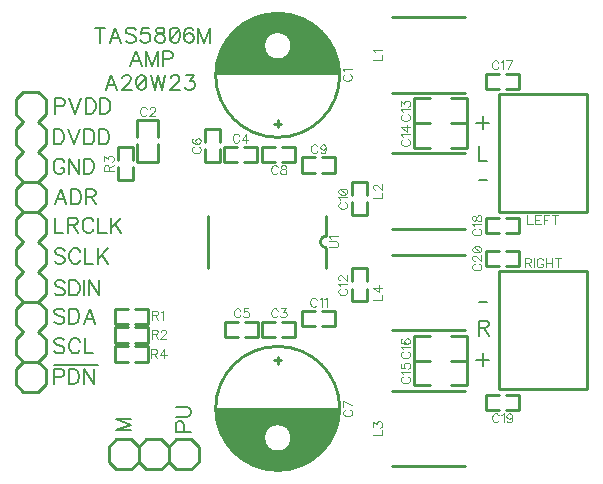
<source format=gbr>
G04 DipTrace 3.1.0.1*
G04 tas5806mROUTE.TopSilk.gbr*
%MOIN*%
G04 #@! TF.FileFunction,Legend,Top*
G04 #@! TF.Part,Single*
%ADD10C,0.009843*%
%ADD65C,0.004632*%
%ADD66C,0.00772*%
%FSLAX26Y26*%
G04*
G70*
G90*
G75*
G01*
G04 TopSilk*
%LPD*%
X1088881Y1736544D2*
D10*
G02X1088881Y1736544I206701J0D01*
G01*
X1307399Y1575656D2*
X1283766D1*
X1295603Y1563819D2*
Y1587411D1*
X1248336Y1834962D2*
G02X1248336Y1834962I47247J0D01*
G01*
G36*
X1086929Y1736523D2*
X1295603D1*
Y1787736D1*
X1275915Y1791640D1*
X1256228Y1807382D1*
X1248336Y1831016D1*
X1252282Y1854650D1*
X1271969Y1878283D1*
X1291657Y1882188D1*
X1295603D1*
Y1941251D1*
X1271969Y1945197D1*
X1220798Y1929455D1*
X1189272Y1913713D1*
X1157789Y1890079D1*
X1126305Y1854650D1*
X1102671Y1815274D1*
X1090875Y1752265D1*
D1*
X1086929Y1736523D1*
G37*
G36*
X1295603Y1787736D2*
Y1736523D1*
X1500331D1*
Y1764102D1*
X1492440Y1803478D1*
X1476698Y1838908D1*
X1445214Y1878283D1*
X1417634Y1901875D1*
X1378259Y1925509D1*
X1338883Y1937305D1*
X1311345Y1945197D1*
X1295603D1*
Y1882188D1*
X1315291Y1878283D1*
X1331033Y1866446D1*
X1342829Y1846758D1*
Y1823166D1*
X1331033Y1803478D1*
X1311345Y1787736D1*
X1303453D1*
X1295603D1*
G37*
X897953Y1529841D2*
D10*
Y1586929D1*
X827087D1*
Y1529841D1*
X897953Y1449134D2*
Y1506222D1*
Y1449134D2*
X827087D1*
Y1506222D2*
Y1449134D1*
X1287710Y915669D2*
X1244409D1*
Y864488D1*
X1287710D1*
X1354635Y915669D2*
X1311334D1*
X1354646D2*
Y864488D1*
X1311334D2*
X1354635D1*
X1159757Y1498346D2*
X1116457D1*
Y1447165D1*
X1159757D1*
X1226682Y1498346D2*
X1183381D1*
X1226693D2*
Y1447165D1*
X1183381D2*
X1226682D1*
X1163694Y915669D2*
X1120394D1*
Y864488D1*
X1163694D1*
X1230619Y915669D2*
X1187318D1*
X1230630D2*
Y864488D1*
X1187318D2*
X1230619D1*
X1104646Y1514101D2*
Y1557402D1*
X1053465D1*
Y1514101D1*
X1104646Y1447176D2*
Y1490477D1*
Y1447165D2*
X1053465D1*
Y1490477D2*
Y1447176D1*
X1088898Y626291D2*
G02X1088898Y626291I206701J0D01*
G01*
X1283782Y787179D2*
X1307416D1*
X1295578Y799016D2*
Y775424D1*
X1248352Y527873D2*
G02X1248352Y527873I47247J0D01*
G01*
G36*
X1504252Y626312D2*
X1295578D1*
Y575099D1*
X1315266Y571194D1*
X1334954Y555452D1*
X1342845Y531819D1*
X1338899Y508185D1*
X1319212Y484551D1*
X1299524Y480647D1*
X1295578D1*
Y421584D1*
X1319212Y417638D1*
X1370383Y433380D1*
X1401909Y449122D1*
X1433393Y472755D1*
X1464876Y508185D1*
X1488510Y547561D1*
X1500306Y610570D1*
D1*
X1504252Y626312D1*
G37*
G36*
X1295578Y575099D2*
Y626312D1*
X1090850D1*
Y598732D1*
X1098742Y559357D1*
X1114483Y523927D1*
X1145967Y484551D1*
X1173547Y460959D1*
X1212922Y437326D1*
X1252298Y425530D1*
X1279836Y417638D1*
X1295578D1*
Y480647D1*
X1275890Y484551D1*
X1260148Y496389D1*
X1248352Y516077D1*
Y539669D1*
X1260148Y559357D1*
X1279836Y575099D1*
X1287728D1*
X1295578D1*
G37*
X1287710Y1498346D2*
D10*
X1244409D1*
Y1447165D1*
X1287710D1*
X1354635Y1498346D2*
X1311334D1*
X1354646D2*
Y1447165D1*
X1311334D2*
X1354635D1*
X1419600Y1462913D2*
X1376299D1*
Y1411732D1*
X1419600D1*
X1486524Y1462913D2*
X1443224D1*
X1486535D2*
Y1411732D1*
X1443224D2*
X1486524D1*
X1592835Y1336935D2*
Y1380236D1*
X1541654D1*
Y1336935D1*
X1592835Y1270011D2*
Y1313312D1*
Y1270000D2*
X1541654D1*
Y1313312D2*
Y1270011D1*
X1419600Y951102D2*
X1376299D1*
Y899921D1*
X1419600D1*
X1486524Y951102D2*
X1443224D1*
X1486535D2*
Y899921D1*
X1443224D2*
X1486524D1*
X1541654Y1025899D2*
Y982598D1*
X1592835D1*
Y1025899D1*
X1541654Y1092824D2*
Y1049523D1*
Y1092835D2*
X1592835D1*
Y1049523D2*
Y1092824D1*
X1750315Y1659764D2*
X1803465D1*
X1750315Y1577087D2*
X1803465D1*
X1874331Y1659764D2*
X1927480D1*
X1750315Y1577087D2*
Y1659764D1*
X1874331Y1577087D2*
X1927480D1*
Y1659764D1*
X1750315Y1577087D2*
X1803465D1*
X1750315Y1494409D2*
X1803465D1*
X1874331Y1577087D2*
X1927480D1*
X1750315Y1494409D2*
Y1577087D1*
X1874331Y1494409D2*
X1927480D1*
Y1577087D1*
X1750315Y785748D2*
X1803465D1*
X1750315Y703071D2*
X1803465D1*
X1874331Y785748D2*
X1927480D1*
X1750315Y703071D2*
Y785748D1*
X1874331Y703071D2*
X1927480D1*
Y785748D1*
X1750315Y868425D2*
X1803465D1*
X1750315Y785748D2*
X1803465D1*
X1874331Y868425D2*
X1927480D1*
X1750315Y785748D2*
Y868425D1*
X1874331Y785748D2*
X1927480D1*
Y868425D1*
X2055439Y1691260D2*
X2098740D1*
Y1742441D1*
X2055439D1*
X1988515Y1691260D2*
X2031816D1*
X1988504D2*
Y1742441D1*
X2031816D2*
X1988515D1*
X2055439Y1210945D2*
X2098740D1*
Y1262126D1*
X2055439D1*
X1988515Y1210945D2*
X2031816D1*
X1988504D2*
Y1262126D1*
X2031816D2*
X1988515D1*
X2055439Y620394D2*
X2098740D1*
Y671575D1*
X2055439D1*
X1988515Y620394D2*
X2031816D1*
X1988504D2*
Y671575D1*
X2031816D2*
X1988515D1*
X2055439Y1100709D2*
X2098740D1*
Y1151890D1*
X2055439D1*
X1988515Y1100709D2*
X2031816D1*
X1988504D2*
Y1151890D1*
X2031816D2*
X1988515D1*
X422756Y1656340D2*
Y1606390D1*
Y1656340D2*
X447756Y1681390D1*
X497756D1*
X522756Y1656340D1*
X422756Y1606390D2*
X447756Y1581340D1*
X422756Y1556440D1*
X497756Y1381390D2*
X522756Y1406440D1*
Y1456390D1*
X497756Y1481440D1*
X522756Y1506340D1*
Y1556440D1*
X497756Y1581340D1*
X522756Y1606390D1*
Y1631440D1*
Y1656340D1*
X422756Y1556440D2*
Y1506340D1*
X447756Y1481440D1*
X422756Y1456390D1*
Y1406440D1*
X447756Y1381390D1*
X497756D2*
X447756D1*
X422756Y1256367D2*
Y1206417D1*
Y1256367D2*
X447756Y1281417D1*
X497756D1*
X522756Y1256367D1*
X422756Y1206417D2*
X447756Y1181367D1*
X422756Y1156467D1*
X497756Y981417D2*
X522756Y1006467D1*
Y1056417D1*
X497756Y1081467D1*
X522756Y1106367D1*
Y1156467D1*
X497756Y1181367D1*
X522756Y1206417D1*
Y1231467D1*
Y1256367D1*
X422756Y1156467D2*
Y1106367D1*
X447756Y1081467D1*
X422756Y1056417D1*
Y1006467D1*
X447756Y981417D1*
X497756D2*
X447756D1*
X422756Y956364D2*
Y906416D1*
Y956364D2*
X447756Y981417D1*
X497756D1*
X522756Y956364D1*
X422756Y906416D2*
X447756Y881362D1*
X422756Y856468D1*
X497756Y781467D2*
X522756Y806361D1*
Y856468D1*
X497756Y881362D1*
X522756Y906416D1*
Y931470D1*
Y956364D1*
X422756Y856468D2*
Y806361D1*
X447756Y781467D1*
X497756D1*
X422756Y1356364D2*
Y1306416D1*
Y1356364D2*
X447756Y1381417D1*
X497756D1*
X522756Y1356364D1*
X422756Y1306416D2*
X447756Y1281362D1*
X497756D2*
X522756Y1306416D1*
Y1331470D1*
Y1356364D1*
X447756Y1281462D2*
X497756D1*
X422756Y756364D2*
Y706416D1*
Y756364D2*
X447756Y781417D1*
X497756D1*
X522756Y756364D1*
X422756Y706416D2*
X447756Y681362D1*
X497756D2*
X522756Y706416D1*
Y731470D1*
Y756364D1*
X447756Y681462D2*
X497756D1*
X1677468Y1929449D2*
X1921587D1*
X1677468Y1677480D2*
X1921587D1*
X1677468Y1476693D2*
X1921587D1*
X1677468Y1224724D2*
X1921587D1*
X1677468Y685354D2*
X1921587D1*
X1677468Y433386D2*
X1921587D1*
X1677468Y1138110D2*
X1921587D1*
X1677468Y886142D2*
X1921587D1*
X2031811Y1279843D2*
X2327087D1*
Y1673543D1*
X2031811D1*
Y1279843D1*
X797553Y958976D2*
X754252D1*
Y907795D1*
X797553D1*
X864477Y958976D2*
X821176D1*
X864488D2*
Y907795D1*
X821176D2*
X864477D1*
X797553Y895984D2*
X754252D1*
Y844803D1*
X797553D1*
X864477Y895984D2*
X821176D1*
X864488D2*
Y844803D1*
X821176D2*
X864477D1*
X762126Y1431411D2*
Y1388110D1*
X813307D1*
Y1431411D1*
X762126Y1498335D2*
Y1455035D1*
Y1498346D2*
X813307D1*
Y1455035D2*
Y1498335D1*
X797553Y832992D2*
X754252D1*
Y781811D1*
X797553D1*
X864477Y832992D2*
X821176D1*
X864488D2*
Y781811D1*
X821176D2*
X864477D1*
X2031811Y689291D2*
X2327087D1*
Y1082992D1*
X2031811D1*
Y689291D1*
X757255Y422756D2*
X807205D1*
X757255D2*
X732205Y447756D1*
Y497756D1*
X757255Y522756D1*
X807205Y422756D2*
X832255Y447756D1*
X857155Y422756D1*
X1032205Y497756D2*
X1007155Y522756D1*
X957205D1*
X932155Y497756D1*
X907255Y522756D1*
X857155D1*
X832255Y497756D1*
X807205Y522756D1*
X782155D1*
X757255D1*
X857155Y422756D2*
X907255D1*
X932155Y447756D1*
X957205Y422756D1*
X1007155D1*
X1032205Y447756D1*
Y497756D2*
Y447756D1*
X932155D2*
Y497756D1*
X832255D2*
Y447756D1*
X1063307Y1268040D2*
Y1094794D1*
X1457008Y1268040D2*
Y1201076D1*
Y1161759D2*
Y1094794D1*
Y1201076D2*
G03X1457008Y1161759I-27J-19658D01*
G01*
X1519622Y1740051D2*
D65*
X1516770Y1738625D1*
X1513885Y1735740D1*
X1512459Y1732888D1*
Y1727151D1*
X1513885Y1724266D1*
X1516770Y1721414D1*
X1519622Y1719955D1*
X1523933Y1718529D1*
X1531129D1*
X1535407Y1719955D1*
X1538292Y1721414D1*
X1541144Y1724266D1*
X1542603Y1727151D1*
Y1732888D1*
X1541144Y1735740D1*
X1538292Y1738625D1*
X1535407Y1740051D1*
X1518229Y1749314D2*
X1516770Y1752200D1*
X1512492Y1756511D1*
X1542603Y1756510D1*
X858601Y1623700D2*
X857175Y1626552D1*
X854290Y1629437D1*
X851438Y1630863D1*
X845701D1*
X842816Y1629437D1*
X839964Y1626552D1*
X838505Y1623700D1*
X837079Y1619389D1*
Y1612193D1*
X838505Y1607915D1*
X839964Y1605030D1*
X842816Y1602178D1*
X845701Y1600719D1*
X851438D1*
X854290Y1602178D1*
X857175Y1605030D1*
X858601Y1607915D1*
X869324Y1623667D2*
Y1625093D1*
X870750Y1627978D1*
X872175Y1629404D1*
X875061Y1630830D1*
X880798D1*
X883649Y1629404D1*
X885075Y1627978D1*
X886534Y1625093D1*
Y1622241D1*
X885075Y1619356D1*
X882223Y1615078D1*
X867864Y1600719D1*
X887960D1*
X1295609Y952440D2*
X1294183Y955292D1*
X1291298Y958177D1*
X1288446Y959603D1*
X1282709D1*
X1279824Y958177D1*
X1276972Y955292D1*
X1275513Y952440D1*
X1274087Y948129D1*
Y940933D1*
X1275513Y936655D1*
X1276972Y933770D1*
X1279824Y930918D1*
X1282709Y929459D1*
X1288446D1*
X1291298Y930918D1*
X1294183Y933770D1*
X1295609Y936655D1*
X1307757Y959570D2*
X1323509D1*
X1314920Y948096D1*
X1319231D1*
X1322083Y946670D1*
X1323509Y945244D1*
X1324968Y940933D1*
Y938081D1*
X1323509Y933770D1*
X1320657Y930885D1*
X1316346Y929459D1*
X1312035D1*
X1307757Y930885D1*
X1306331Y932344D1*
X1304872Y935196D1*
X1166943Y1535117D2*
X1165517Y1537969D1*
X1162632Y1540854D1*
X1159780Y1542280D1*
X1154043D1*
X1151158Y1540854D1*
X1148306Y1537969D1*
X1146847Y1535117D1*
X1145421Y1530806D1*
Y1523610D1*
X1146847Y1519332D1*
X1148306Y1516447D1*
X1151158Y1513595D1*
X1154043Y1512136D1*
X1159780D1*
X1162632Y1513595D1*
X1165517Y1516447D1*
X1166943Y1519332D1*
X1190566Y1512136D2*
Y1542247D1*
X1176207Y1522184D1*
X1197729D1*
X1171593Y952440D2*
X1170167Y955292D1*
X1167282Y958177D1*
X1164430Y959603D1*
X1158693D1*
X1155808Y958177D1*
X1152956Y955292D1*
X1151497Y952440D1*
X1150071Y948129D1*
Y940933D1*
X1151497Y936655D1*
X1152956Y933770D1*
X1155808Y930918D1*
X1158693Y929459D1*
X1164430D1*
X1167282Y930918D1*
X1170167Y933770D1*
X1171593Y936655D1*
X1198067Y959570D2*
X1183742D1*
X1182316Y946670D1*
X1183742Y948096D1*
X1188053Y949555D1*
X1192331D1*
X1196642Y948096D1*
X1199527Y945244D1*
X1200953Y940933D1*
Y938081D1*
X1199527Y933770D1*
X1196642Y930885D1*
X1192331Y929459D1*
X1188053D1*
X1183742Y930885D1*
X1182316Y932344D1*
X1180857Y935196D1*
X1016694Y1499094D2*
X1013842Y1497668D1*
X1010957Y1494783D1*
X1009531Y1491931D1*
Y1486194D1*
X1010957Y1483309D1*
X1013842Y1480457D1*
X1016694Y1478998D1*
X1021005Y1477572D1*
X1028201D1*
X1032479Y1478998D1*
X1035364Y1480457D1*
X1038216Y1483309D1*
X1039675Y1486194D1*
Y1491931D1*
X1038216Y1494783D1*
X1035364Y1497668D1*
X1032479Y1499094D1*
X1013842Y1525569D2*
X1010990Y1524143D1*
X1009564Y1519832D1*
Y1516980D1*
X1010990Y1512669D1*
X1015301Y1509784D1*
X1022464Y1508358D1*
X1029627D1*
X1035364Y1509784D1*
X1038249Y1512669D1*
X1039675Y1516980D1*
Y1518406D1*
X1038249Y1522684D1*
X1035364Y1525569D1*
X1031053Y1526995D1*
X1029627D1*
X1025316Y1525569D1*
X1022464Y1522684D1*
X1021038Y1518406D1*
Y1516980D1*
X1022464Y1512669D1*
X1025316Y1509784D1*
X1029627Y1508358D1*
X1521590Y621396D2*
X1518738Y619970D1*
X1515853Y617085D1*
X1514427Y614233D1*
Y608496D1*
X1515853Y605611D1*
X1518738Y602759D1*
X1521590Y601300D1*
X1525901Y599874D1*
X1533097D1*
X1537375Y601300D1*
X1540260Y602759D1*
X1543112Y605611D1*
X1544571Y608496D1*
Y614233D1*
X1543112Y617085D1*
X1540260Y619970D1*
X1537375Y621396D1*
X1544571Y636397D2*
X1514460Y650756D1*
Y630660D1*
X1295625Y1429827D2*
X1294199Y1432679D1*
X1291314Y1435564D1*
X1288462Y1436990D1*
X1282725D1*
X1279840Y1435564D1*
X1276988Y1432679D1*
X1275529Y1429827D1*
X1274103Y1425516D1*
Y1418320D1*
X1275529Y1414042D1*
X1276988Y1411157D1*
X1279840Y1408305D1*
X1282725Y1406846D1*
X1288462D1*
X1291314Y1408305D1*
X1294199Y1411157D1*
X1295625Y1414042D1*
X1312052Y1436957D2*
X1307774Y1435531D1*
X1306315Y1432679D1*
Y1429794D1*
X1307774Y1426942D1*
X1310626Y1425483D1*
X1316363Y1424057D1*
X1320674Y1422631D1*
X1323526Y1419746D1*
X1324952Y1416894D1*
Y1412583D1*
X1323526Y1409731D1*
X1322100Y1408272D1*
X1317789Y1406846D1*
X1312052D1*
X1307774Y1408272D1*
X1306315Y1409731D1*
X1304889Y1412583D1*
Y1416894D1*
X1306315Y1419746D1*
X1309200Y1422631D1*
X1313478Y1424057D1*
X1319215Y1425483D1*
X1322100Y1426942D1*
X1323526Y1429794D1*
Y1432679D1*
X1322100Y1435531D1*
X1317789Y1436957D1*
X1312052D1*
X1428212Y1499684D2*
X1426786Y1502536D1*
X1423900Y1505421D1*
X1421049Y1506847D1*
X1415312D1*
X1412427Y1505421D1*
X1409575Y1502536D1*
X1408116Y1499684D1*
X1406690Y1495373D1*
Y1488177D1*
X1408116Y1483899D1*
X1409575Y1481014D1*
X1412427Y1478162D1*
X1415312Y1476703D1*
X1421049D1*
X1423900Y1478162D1*
X1426786Y1481014D1*
X1428212Y1483899D1*
X1456145Y1496799D2*
X1454686Y1492488D1*
X1451834Y1489603D1*
X1447523Y1488177D1*
X1446097D1*
X1441786Y1489603D1*
X1438934Y1492488D1*
X1437475Y1496799D1*
Y1498225D1*
X1438934Y1502536D1*
X1441786Y1505388D1*
X1446097Y1506814D1*
X1447523D1*
X1451834Y1505388D1*
X1454686Y1502536D1*
X1456145Y1496799D1*
Y1489603D1*
X1454686Y1482440D1*
X1451834Y1478129D1*
X1447523Y1476703D1*
X1444671D1*
X1440360Y1478129D1*
X1438934Y1481014D1*
X1504883Y1312970D2*
X1502031Y1311544D1*
X1499146Y1308659D1*
X1497720Y1305807D1*
Y1300070D1*
X1499146Y1297185D1*
X1502031Y1294333D1*
X1504883Y1292874D1*
X1509194Y1291448D1*
X1516390D1*
X1520668Y1292874D1*
X1523553Y1294333D1*
X1526405Y1297185D1*
X1527864Y1300070D1*
Y1305807D1*
X1526405Y1308659D1*
X1523553Y1311544D1*
X1520668Y1312970D1*
X1503490Y1322233D2*
X1502031Y1325118D1*
X1497753Y1329429D1*
X1527864D1*
X1497753Y1347315D2*
X1499179Y1343004D1*
X1503490Y1340119D1*
X1510653Y1338693D1*
X1514964D1*
X1522127Y1340119D1*
X1526438Y1343004D1*
X1527864Y1347315D1*
Y1350167D1*
X1526438Y1354478D1*
X1522127Y1357330D1*
X1514964Y1358789D1*
X1510653D1*
X1503490Y1357330D1*
X1499179Y1354478D1*
X1497753Y1350167D1*
Y1347315D1*
X1503490Y1357330D2*
X1522127Y1340119D1*
X1425719Y987873D2*
X1424293Y990725D1*
X1421408Y993610D1*
X1418556Y995036D1*
X1412819D1*
X1409934Y993610D1*
X1407082Y990725D1*
X1405623Y987873D1*
X1404197Y983562D1*
Y976366D1*
X1405623Y972088D1*
X1407082Y969203D1*
X1409934Y966351D1*
X1412819Y964892D1*
X1418556D1*
X1421408Y966351D1*
X1424293Y969203D1*
X1425719Y972088D1*
X1434982Y989266D2*
X1437867Y990725D1*
X1442178Y995003D1*
Y964892D1*
X1451442Y989266D2*
X1454327Y990725D1*
X1458638Y995003D1*
Y964892D1*
X1504883Y1025568D2*
X1502031Y1024142D1*
X1499146Y1021257D1*
X1497720Y1018405D1*
Y1012668D1*
X1499146Y1009783D1*
X1502031Y1006931D1*
X1504883Y1005472D1*
X1509194Y1004046D1*
X1516390D1*
X1520668Y1005472D1*
X1523553Y1006931D1*
X1526405Y1009783D1*
X1527864Y1012668D1*
Y1018405D1*
X1526405Y1021257D1*
X1523553Y1024142D1*
X1520668Y1025568D1*
X1503490Y1034832D2*
X1502031Y1037717D1*
X1497753Y1042028D1*
X1527864D1*
X1504916Y1052750D2*
X1503490D1*
X1500605Y1054176D1*
X1499179Y1055602D1*
X1497753Y1058487D1*
Y1064224D1*
X1499179Y1067076D1*
X1500605Y1068502D1*
X1503490Y1069961D1*
X1506342D1*
X1509227Y1068502D1*
X1513505Y1065650D1*
X1527864Y1051291D1*
Y1071387D1*
X1713544Y1606277D2*
X1710692Y1604851D1*
X1707807Y1601966D1*
X1706381Y1599114D1*
Y1593377D1*
X1707807Y1590492D1*
X1710692Y1587640D1*
X1713544Y1586181D1*
X1717855Y1584755D1*
X1725051D1*
X1729329Y1586181D1*
X1732214Y1587640D1*
X1735066Y1590492D1*
X1736525Y1593377D1*
Y1599114D1*
X1735066Y1601966D1*
X1732214Y1604851D1*
X1729329Y1606277D1*
X1712151Y1615540D2*
X1710692Y1618425D1*
X1706414Y1622736D1*
X1736525D1*
X1706414Y1634885D2*
Y1650637D1*
X1717888Y1642048D1*
Y1646359D1*
X1719314Y1649211D1*
X1720740Y1650637D1*
X1725051Y1652096D1*
X1727903D1*
X1732214Y1650637D1*
X1735099Y1647785D1*
X1736525Y1643474D1*
Y1639163D1*
X1735099Y1634885D1*
X1733640Y1633459D1*
X1730788Y1632000D1*
X1713544Y1522887D2*
X1710692Y1521461D1*
X1707807Y1518576D1*
X1706381Y1515724D1*
Y1509987D1*
X1707807Y1507102D1*
X1710692Y1504250D1*
X1713544Y1502791D1*
X1717855Y1501365D1*
X1725051D1*
X1729329Y1502791D1*
X1732214Y1504250D1*
X1735066Y1507102D1*
X1736525Y1509987D1*
Y1515724D1*
X1735066Y1518575D1*
X1732214Y1521461D1*
X1729329Y1522886D1*
X1712151Y1532150D2*
X1710692Y1535035D1*
X1706414Y1539346D1*
X1736525D1*
Y1562969D2*
X1706414D1*
X1726477Y1548610D1*
Y1570132D1*
X1713544Y732261D2*
X1710692Y730835D1*
X1707807Y727950D1*
X1706381Y725098D1*
Y719361D1*
X1707807Y716476D1*
X1710692Y713624D1*
X1713544Y712165D1*
X1717855Y710739D1*
X1725051D1*
X1729329Y712165D1*
X1732214Y713624D1*
X1735066Y716476D1*
X1736525Y719361D1*
Y725098D1*
X1735066Y727950D1*
X1732214Y730835D1*
X1729329Y732261D1*
X1712151Y741524D2*
X1710692Y744410D1*
X1706414Y748721D1*
X1736525Y748720D1*
X1706414Y775195D2*
Y760869D1*
X1719314Y759443D1*
X1717888Y760869D1*
X1716429Y765180D1*
Y769458D1*
X1717888Y773769D1*
X1720740Y776654D1*
X1725051Y778080D1*
X1727903D1*
X1732214Y776654D1*
X1735099Y773769D1*
X1736525Y769458D1*
Y765180D1*
X1735099Y760869D1*
X1733640Y759443D1*
X1730788Y757984D1*
X1713544Y815668D2*
X1710692Y814242D1*
X1707807Y811357D1*
X1706381Y808505D1*
Y802768D1*
X1707807Y799883D1*
X1710692Y797031D1*
X1713544Y795572D1*
X1717855Y794146D1*
X1725051D1*
X1729329Y795572D1*
X1732214Y797031D1*
X1735066Y799883D1*
X1736525Y802768D1*
Y808505D1*
X1735066Y811357D1*
X1732214Y814242D1*
X1729329Y815668D1*
X1712151Y824931D2*
X1710692Y827816D1*
X1706414Y832127D1*
X1736525D1*
X1710692Y858602D2*
X1707840Y857176D1*
X1706414Y852865D1*
Y850013D1*
X1707840Y845702D1*
X1712151Y842817D1*
X1719314Y841391D1*
X1726477D1*
X1732214Y842817D1*
X1735099Y845702D1*
X1736525Y850013D1*
Y851439D1*
X1735099Y855717D1*
X1732214Y858602D1*
X1727903Y860028D1*
X1726477D1*
X1722166Y858602D1*
X1719314Y855717D1*
X1717888Y851439D1*
Y850013D1*
X1719314Y845702D1*
X1722166Y842817D1*
X1726477Y841391D1*
X2031473Y1779212D2*
X2030047Y1782064D1*
X2027162Y1784949D1*
X2024310Y1786375D1*
X2018574D1*
X2015688Y1784949D1*
X2012837Y1782064D1*
X2011377Y1779212D1*
X2009951Y1774901D1*
Y1767705D1*
X2011377Y1763427D1*
X2012837Y1760542D1*
X2015688Y1757690D1*
X2018574Y1756231D1*
X2024310D1*
X2027162Y1757690D1*
X2030047Y1760542D1*
X2031473Y1763427D1*
X2040737Y1780605D2*
X2043622Y1782064D1*
X2047933Y1786342D1*
Y1756231D1*
X2062934D2*
X2077293Y1786342D1*
X2057197D1*
X1951733Y1224403D2*
X1948881Y1222978D1*
X1945996Y1220092D1*
X1944570Y1217241D1*
Y1211504D1*
X1945996Y1208619D1*
X1948881Y1205767D1*
X1951733Y1204308D1*
X1956044Y1202882D1*
X1963240D1*
X1967518Y1204308D1*
X1970403Y1205767D1*
X1973255Y1208619D1*
X1974714Y1211504D1*
Y1217241D1*
X1973255Y1220092D1*
X1970403Y1222977D1*
X1967518Y1224403D1*
X1950340Y1233667D2*
X1948881Y1236552D1*
X1944603Y1240863D1*
X1974714D1*
X1944603Y1257290D2*
X1946029Y1253012D1*
X1948881Y1251553D1*
X1951766D1*
X1954618Y1253012D1*
X1956077Y1255864D1*
X1957503Y1261601D1*
X1958929Y1265912D1*
X1961814Y1268763D1*
X1964666Y1270189D1*
X1968977D1*
X1971829Y1268763D1*
X1973288Y1267338D1*
X1974714Y1263026D1*
Y1257290D1*
X1973288Y1253012D1*
X1971829Y1251553D1*
X1968977Y1250127D1*
X1964666D1*
X1961814Y1251553D1*
X1958929Y1254438D1*
X1957503Y1258715D1*
X1956077Y1264452D1*
X1954618Y1267338D1*
X1951766Y1268764D1*
X1948881D1*
X1946029Y1267338D1*
X1944603Y1263027D1*
Y1257290D1*
X2032186Y603056D2*
X2030760Y605907D1*
X2027875Y608793D1*
X2025023Y610218D1*
X2019286D1*
X2016401Y608793D1*
X2013550Y605907D1*
X2012090Y603056D1*
X2010664Y598745D1*
Y591548D1*
X2012090Y587271D1*
X2013550Y584386D1*
X2016401Y581534D1*
X2019286Y580074D1*
X2025023D1*
X2027875Y581534D1*
X2030760Y584386D1*
X2032186Y587271D1*
X2041450Y604448D2*
X2044335Y605907D1*
X2048646Y610185D1*
Y580074D1*
X2076580Y600170D2*
X2075121Y595859D1*
X2072269Y592974D1*
X2067958Y591548D1*
X2066532D1*
X2062221Y592974D1*
X2059369Y595859D1*
X2057910Y600170D1*
Y601596D1*
X2059369Y605907D1*
X2062221Y608759D1*
X2066532Y610185D1*
X2067958D1*
X2072269Y608759D1*
X2075121Y605907D1*
X2076580Y600170D1*
Y592974D1*
X2075121Y585811D1*
X2072269Y581500D1*
X2067958Y580074D1*
X2065106D1*
X2060795Y581500D1*
X2059369Y584386D1*
X1951733Y1107701D2*
X1948881Y1106275D1*
X1945996Y1103390D1*
X1944570Y1100538D1*
Y1094801D1*
X1945996Y1091916D1*
X1948881Y1089064D1*
X1951733Y1087605D1*
X1956044Y1086179D1*
X1963240D1*
X1967518Y1087605D1*
X1970403Y1089064D1*
X1973255Y1091916D1*
X1974714Y1094801D1*
Y1100538D1*
X1973255Y1103390D1*
X1970403Y1106275D1*
X1967518Y1107701D1*
X1951766Y1118423D2*
X1950340D1*
X1947455Y1119849D1*
X1946029Y1121275D1*
X1944603Y1124160D1*
Y1129897D1*
X1946029Y1132749D1*
X1947455Y1134175D1*
X1950340Y1135634D1*
X1953192D1*
X1956077Y1134175D1*
X1960355Y1131323D1*
X1974714Y1116964D1*
Y1137060D1*
X1944603Y1154946D2*
X1946029Y1150635D1*
X1950340Y1147750D1*
X1957503Y1146324D1*
X1961814D1*
X1968977Y1147750D1*
X1973288Y1150635D1*
X1974714Y1154946D1*
Y1157798D1*
X1973288Y1162109D1*
X1968977Y1164961D1*
X1961814Y1166420D1*
X1957503D1*
X1950340Y1164961D1*
X1946029Y1162109D1*
X1944603Y1157798D1*
Y1154946D1*
X1950340Y1164961D2*
X1968977Y1147750D1*
X1613861Y1786629D2*
X1644005D1*
Y1803840D1*
X1619632Y1813104D2*
X1618173Y1815989D1*
X1613895Y1820300D1*
X1644005D1*
X1613861Y1327424D2*
X1644005D1*
Y1344634D1*
X1621058Y1355357D2*
X1619632D1*
X1616747Y1356783D1*
X1615321Y1358209D1*
X1613895Y1361094D1*
Y1366831D1*
X1615321Y1369683D1*
X1616747Y1371109D1*
X1619632Y1372568D1*
X1622484D1*
X1625369Y1371109D1*
X1629646Y1368257D1*
X1644005Y1353898D1*
Y1373994D1*
X1613861Y536085D2*
X1644005D1*
Y553296D1*
X1613895Y565444D2*
Y581196D1*
X1625369Y572607D1*
Y576918D1*
X1626795Y579770D1*
X1628221Y581196D1*
X1632532Y582655D1*
X1635383D1*
X1639694Y581196D1*
X1642580Y578344D1*
X1644005Y574033D1*
Y569722D1*
X1642580Y565444D1*
X1641120Y564018D1*
X1638269Y562559D1*
X1613861Y988128D2*
X1644005D1*
Y1005339D1*
Y1028961D2*
X1613895D1*
X1633957Y1014602D1*
Y1036124D1*
X2128247Y1269667D2*
Y1239523D1*
X2145457D1*
X2173358Y1269667D2*
X2154721D1*
Y1239523D1*
X2173358D1*
X2154721Y1255308D2*
X2166195D1*
X2201292Y1269667D2*
X2182621D1*
Y1239523D1*
Y1255308D2*
X2194095D1*
X2220603Y1269667D2*
Y1239523D1*
X2210555Y1269667D2*
X2230651D1*
X877706Y937370D2*
X890606D1*
X894917Y938829D1*
X896376Y940255D1*
X897802Y943107D1*
Y945992D1*
X896376Y948844D1*
X894917Y950303D1*
X890606Y951729D1*
X877706D1*
Y921585D1*
X887754Y937370D2*
X897802Y921585D1*
X907066Y945959D2*
X909951Y947418D1*
X914262Y951696D1*
Y921585D1*
X875193Y874378D2*
X888093D1*
X892404Y875837D1*
X893864Y877263D1*
X895289Y880115D1*
Y883000D1*
X893864Y885852D1*
X892404Y887311D1*
X888093Y888737D1*
X875193D1*
Y858593D1*
X885241Y874378D2*
X895289Y858593D1*
X906012Y881541D2*
Y882967D1*
X907438Y885852D1*
X908864Y887278D1*
X911749Y888704D1*
X917486D1*
X920338Y887278D1*
X921764Y885852D1*
X923223Y882967D1*
Y880115D1*
X921764Y877230D1*
X918912Y872952D1*
X904553Y858593D1*
X924649D1*
X732551Y1418501D2*
Y1431401D1*
X731092Y1435712D1*
X729666Y1437171D1*
X726814Y1438597D1*
X723929D1*
X721077Y1437171D1*
X719618Y1435712D1*
X718192Y1431401D1*
Y1418501D1*
X748336D1*
X732551Y1428549D2*
X748336Y1438597D1*
X718225Y1450745D2*
Y1466497D1*
X729699Y1457908D1*
Y1462219D1*
X731125Y1465071D1*
X732551Y1466497D1*
X736862Y1467956D1*
X739714D1*
X744025Y1466497D1*
X746910Y1463645D1*
X748336Y1459334D1*
Y1455023D1*
X746910Y1450745D1*
X745451Y1449319D1*
X742599Y1447860D1*
X874481Y808458D2*
X887380D1*
X891691Y809917D1*
X893151Y811343D1*
X894577Y814195D1*
Y817080D1*
X893151Y819932D1*
X891691Y821391D1*
X887380Y822817D1*
X874481D1*
Y792673D1*
X884529Y808458D2*
X894577Y792673D1*
X918199D2*
Y822784D1*
X903840Y802721D1*
X925362D1*
X2120017Y1112567D2*
X2132917D1*
X2137228Y1114026D1*
X2138687Y1115452D1*
X2140113Y1118304D1*
Y1121189D1*
X2138687Y1124041D1*
X2137228Y1125500D1*
X2132917Y1126926D1*
X2120017D1*
Y1096782D1*
X2130065Y1112567D2*
X2140113Y1096782D1*
X2149376Y1126926D2*
Y1096782D1*
X2180162Y1119763D2*
X2178736Y1122615D1*
X2175851Y1125500D1*
X2172999Y1126926D1*
X2167262D1*
X2164377Y1125500D1*
X2161525Y1122615D1*
X2160066Y1119763D1*
X2158640Y1115452D1*
Y1108256D1*
X2160066Y1103978D1*
X2161525Y1101093D1*
X2164377Y1098241D1*
X2167262Y1096782D1*
X2172999D1*
X2175851Y1098241D1*
X2178736Y1101093D1*
X2180162Y1103978D1*
Y1108256D1*
X2172999D1*
X2189425Y1126926D2*
Y1096782D1*
X2209521Y1126926D2*
Y1096782D1*
X2189425Y1112567D2*
X2209521D1*
X2228833Y1126926D2*
Y1096782D1*
X2218785Y1126926D2*
X2238881D1*
X1467183Y1163140D2*
X1488705D1*
X1493016Y1164566D1*
X1495868Y1167451D1*
X1497327Y1171762D1*
Y1174614D1*
X1495868Y1178925D1*
X1493016Y1181810D1*
X1488705Y1183236D1*
X1467183D1*
X1472953Y1192499D2*
X1471494Y1195384D1*
X1467216Y1199695D1*
X1497327D1*
X552576Y1633056D2*
D66*
X574131D1*
X581261Y1635432D1*
X583693Y1637864D1*
X586070Y1642617D1*
Y1649803D1*
X583693Y1654556D1*
X581261Y1656988D1*
X574131Y1659364D1*
X552576D1*
Y1609124D1*
X601509Y1659364D2*
X620632Y1609124D1*
X639755Y1659364D1*
X655195D2*
Y1609124D1*
X671941D1*
X679126Y1611556D1*
X683935Y1616309D1*
X686311Y1621118D1*
X688688Y1628247D1*
Y1640241D1*
X686311Y1647426D1*
X683935Y1652179D1*
X679126Y1656988D1*
X671941Y1659364D1*
X655195D1*
X704127D2*
Y1609124D1*
X720874D1*
X728059Y1611556D1*
X732867Y1616309D1*
X735244Y1621118D1*
X737621Y1628247D1*
Y1640241D1*
X735244Y1647426D1*
X732867Y1652179D1*
X728059Y1656988D1*
X720874Y1659364D1*
X704127D1*
X548639Y1557002D2*
Y1506762D1*
X565386D1*
X572571Y1509194D1*
X577379Y1513947D1*
X579756Y1518755D1*
X582133Y1525885D1*
Y1537879D1*
X579756Y1545064D1*
X577379Y1549817D1*
X572571Y1554625D1*
X565386Y1557002D1*
X548639D1*
X597572D2*
X616695Y1506762D1*
X635818Y1557002D1*
X651258D2*
Y1506762D1*
X668004D1*
X675189Y1509194D1*
X679998Y1513947D1*
X682374Y1518755D1*
X684751Y1525885D1*
Y1537879D1*
X682374Y1545064D1*
X679998Y1549817D1*
X675189Y1554625D1*
X668004Y1557002D1*
X651258D1*
X700190D2*
Y1506762D1*
X716937D1*
X724122Y1509194D1*
X728930Y1513947D1*
X731307Y1518755D1*
X733684Y1525885D1*
Y1537879D1*
X731307Y1545064D1*
X728930Y1549817D1*
X724122Y1554625D1*
X716937Y1557002D1*
X700190D1*
X584509Y1446639D2*
X582133Y1451392D1*
X577324Y1456200D1*
X572571Y1458577D1*
X563009D1*
X558201Y1456200D1*
X553448Y1451392D1*
X551016Y1446639D1*
X548639Y1439453D1*
Y1427460D1*
X551016Y1420330D1*
X553448Y1415522D1*
X558201Y1410769D1*
X563009Y1408337D1*
X572571D1*
X577324Y1410769D1*
X582133Y1415522D1*
X584509Y1420330D1*
Y1427460D1*
X572571D1*
X633442Y1458577D2*
Y1408337D1*
X599949Y1458577D1*
Y1408337D1*
X648881Y1458577D2*
Y1408337D1*
X665628D1*
X672813Y1410769D1*
X677621Y1415522D1*
X679998Y1420330D1*
X682374Y1427460D1*
Y1439453D1*
X679998Y1446639D1*
X677621Y1451392D1*
X672813Y1456200D1*
X665628Y1458577D1*
X648881D1*
X590878Y1305975D2*
X571700Y1356215D1*
X552576Y1305975D1*
X559761Y1322721D2*
X583693D1*
X606317Y1356215D2*
Y1305975D1*
X623064D1*
X630249Y1308406D1*
X635058Y1313160D1*
X637434Y1317968D1*
X639811Y1325098D1*
Y1337091D1*
X637434Y1344276D1*
X635058Y1349029D1*
X630249Y1353838D1*
X623064Y1356215D1*
X606317D1*
X655250Y1332283D2*
X676750D1*
X683935Y1334715D1*
X686367Y1337091D1*
X688743Y1341844D1*
Y1346653D1*
X686367Y1351406D1*
X683935Y1353838D1*
X676750Y1356215D1*
X655250D1*
Y1305975D1*
X671997Y1332283D2*
X688743Y1305975D1*
X552576Y1261726D2*
Y1211486D1*
X581261D1*
X596700Y1237795D2*
X618200D1*
X625385Y1240226D1*
X627817Y1242603D1*
X630194Y1247356D1*
Y1252165D1*
X627817Y1256918D1*
X625385Y1259350D1*
X618200Y1261726D1*
X596700D1*
Y1211486D1*
X613447Y1237795D2*
X630194Y1211486D1*
X681503Y1249788D2*
X679126Y1254541D1*
X674318Y1259350D1*
X669565Y1261726D1*
X660003D1*
X655195Y1259350D1*
X650442Y1254541D1*
X648010Y1249788D1*
X645633Y1242603D1*
Y1230610D1*
X648010Y1223480D1*
X650442Y1218671D1*
X655195Y1213918D1*
X660003Y1211486D1*
X669565D1*
X674318Y1213918D1*
X679126Y1218671D1*
X681503Y1223480D1*
X696942Y1261726D2*
Y1211486D1*
X725627D1*
X741066Y1261726D2*
Y1211486D1*
X774560Y1261726D2*
X741066Y1228233D1*
X753005Y1240226D2*
X774560Y1211486D1*
X586070Y1152179D2*
X581317Y1156988D1*
X574131Y1159364D1*
X564570D1*
X557385Y1156988D1*
X552576Y1152179D1*
Y1147426D1*
X555008Y1142617D1*
X557385Y1140241D1*
X562138Y1137864D1*
X576508Y1133056D1*
X581317Y1130679D1*
X583693Y1128247D1*
X586070Y1123494D1*
Y1116309D1*
X581317Y1111556D1*
X574131Y1109124D1*
X564570D1*
X557385Y1111556D1*
X552576Y1116309D1*
X637379Y1147426D2*
X635002Y1152179D1*
X630194Y1156988D1*
X625441Y1159364D1*
X615879D1*
X611071Y1156988D1*
X606317Y1152179D1*
X603886Y1147426D1*
X601509Y1140241D1*
Y1128247D1*
X603886Y1121118D1*
X606317Y1116309D1*
X611071Y1111556D1*
X615879Y1109124D1*
X625441D1*
X630194Y1111556D1*
X635002Y1116309D1*
X637379Y1121118D1*
X652818Y1159364D2*
Y1109124D1*
X681503D1*
X696942Y1159364D2*
Y1109124D1*
X730436Y1159364D2*
X696942Y1125871D1*
X708880Y1137864D2*
X730436Y1109124D1*
X586070Y1045880D2*
X581317Y1050688D1*
X574131Y1053065D1*
X564570D1*
X557385Y1050688D1*
X552576Y1045880D1*
Y1041127D1*
X555008Y1036318D1*
X557385Y1033942D1*
X562138Y1031565D1*
X576508Y1026757D1*
X581317Y1024380D1*
X583693Y1021948D1*
X586070Y1017195D1*
Y1010010D1*
X581317Y1005257D1*
X574131Y1002825D1*
X564570D1*
X557385Y1005257D1*
X552576Y1010010D1*
X601509Y1053065D2*
Y1002825D1*
X618256D1*
X625441Y1005257D1*
X630249Y1010010D1*
X632626Y1014818D1*
X635002Y1021948D1*
Y1033942D1*
X632626Y1041127D1*
X630249Y1045880D1*
X625441Y1050688D1*
X618256Y1053065D1*
X601509D1*
X650442D2*
Y1002825D1*
X699374Y1053065D2*
Y1002825D1*
X665881Y1053065D1*
Y1002825D1*
X584912Y951392D2*
X580159Y956200D1*
X572974Y958577D1*
X563412D1*
X556227Y956200D1*
X551419Y951392D1*
Y946639D1*
X553851Y941830D1*
X556227Y939453D1*
X560980Y937077D1*
X575351Y932268D1*
X580159Y929892D1*
X582536Y927460D1*
X584912Y922707D1*
Y915522D1*
X580159Y910769D1*
X572974Y908337D1*
X563412D1*
X556227Y910769D1*
X551419Y915522D1*
X600351Y958577D2*
Y908337D1*
X617098D1*
X624283Y910769D1*
X629092Y915522D1*
X631468Y920330D1*
X633845Y927460D1*
Y939453D1*
X631468Y946639D1*
X629092Y951392D1*
X624283Y956200D1*
X617098Y958577D1*
X600351D1*
X687586Y908337D2*
X668407Y958577D1*
X649284Y908337D1*
X656469Y925083D2*
X680401D1*
X584912Y852967D2*
X580159Y857775D1*
X572974Y860152D1*
X563412D1*
X556227Y857775D1*
X551419Y852967D1*
Y848213D1*
X553851Y843405D1*
X556227Y841028D1*
X560980Y838652D1*
X575351Y833843D1*
X580159Y831467D1*
X582536Y829035D1*
X584912Y824282D1*
Y817097D1*
X580159Y812343D1*
X572974Y809912D1*
X563412D1*
X556227Y812343D1*
X551419Y817097D1*
X636221Y848213D2*
X633845Y852967D1*
X629036Y857775D1*
X624283Y860152D1*
X614722D1*
X609913Y857775D1*
X605160Y852967D1*
X602728Y848213D1*
X600351Y841028D1*
Y829035D1*
X602728Y821905D1*
X605160Y817097D1*
X609913Y812343D1*
X614722Y809912D1*
X624283D1*
X629036Y812343D1*
X633845Y817097D1*
X636221Y821905D1*
X651661Y860152D2*
Y809912D1*
X680346D1*
X551419Y731481D2*
X572974D1*
X580104Y733858D1*
X582536Y736289D1*
X584912Y741043D1*
Y748228D1*
X582536Y752981D1*
X580104Y755413D1*
X572974Y757789D1*
X551419D1*
Y707549D1*
X600351Y757789D2*
Y707549D1*
X617098D1*
X624283Y709981D1*
X629092Y714734D1*
X631468Y719543D1*
X633845Y726673D1*
Y738666D1*
X631468Y745851D1*
X629092Y750604D1*
X624283Y755413D1*
X617098Y757789D1*
X600351D1*
X682777D2*
Y707549D1*
X649284Y757789D1*
Y707549D1*
X551419Y770888D2*
X698217D1*
X703181Y1895585D2*
Y1845345D1*
X686435Y1895585D2*
X719928D1*
X773669Y1845345D2*
X754490Y1895585D1*
X735367Y1845345D1*
X742552Y1862091D2*
X766484D1*
X822602Y1888400D2*
X817848Y1893208D1*
X810663Y1895585D1*
X801102D1*
X793917Y1893208D1*
X789108Y1888400D1*
Y1883646D1*
X791540Y1878838D1*
X793917Y1876461D1*
X798670Y1874085D1*
X813040Y1869276D1*
X817848Y1866900D1*
X820225Y1864468D1*
X822602Y1859715D1*
Y1852530D1*
X817848Y1847776D1*
X810663Y1845345D1*
X801102D1*
X793917Y1847776D1*
X789108Y1852530D1*
X866726Y1895529D2*
X842849D1*
X840473Y1874029D1*
X842849Y1876406D1*
X850034Y1878838D1*
X857164D1*
X864349Y1876406D1*
X869158Y1871653D1*
X871534Y1864468D1*
Y1859715D1*
X869158Y1852530D1*
X864349Y1847721D1*
X857164Y1845345D1*
X850034D1*
X842849Y1847721D1*
X840473Y1850153D1*
X838041Y1854906D1*
X898912Y1895529D2*
X891782Y1893153D1*
X889350Y1888400D1*
Y1883591D1*
X891782Y1878838D1*
X896535Y1876406D1*
X906097Y1874029D1*
X913282Y1871653D1*
X918035Y1866844D1*
X920411Y1862091D1*
Y1854906D1*
X918035Y1850153D1*
X915658Y1847721D1*
X908473Y1845345D1*
X898912D1*
X891782Y1847721D1*
X889350Y1850153D1*
X886973Y1854906D1*
Y1862091D1*
X889350Y1866844D1*
X894158Y1871653D1*
X901288Y1874029D1*
X910850Y1876406D1*
X915658Y1878838D1*
X918035Y1883591D1*
Y1888400D1*
X915658Y1893153D1*
X908473Y1895529D1*
X898912D1*
X950221D2*
X943036Y1893153D1*
X938227Y1885968D1*
X935851Y1874029D1*
Y1866844D1*
X938227Y1854906D1*
X943036Y1847721D1*
X950221Y1845345D1*
X954974D1*
X962159Y1847721D1*
X966912Y1854906D1*
X969344Y1866844D1*
Y1874029D1*
X966912Y1885968D1*
X962159Y1893153D1*
X954974Y1895529D1*
X950221D1*
X966912Y1885968D2*
X938227Y1854906D1*
X1013468Y1888400D2*
X1011092Y1893153D1*
X1003907Y1895529D1*
X999153D1*
X991968Y1893153D1*
X987160Y1885968D1*
X984783Y1874029D1*
Y1862091D1*
X987160Y1852530D1*
X991968Y1847721D1*
X999153Y1845345D1*
X1001530D1*
X1008660Y1847721D1*
X1013468Y1852530D1*
X1015845Y1859715D1*
Y1862091D1*
X1013468Y1869276D1*
X1008660Y1874029D1*
X1001530Y1876406D1*
X999153D1*
X991968Y1874029D1*
X987160Y1869276D1*
X984783Y1862091D1*
X1069531Y1845345D2*
Y1895585D1*
X1050407Y1845345D1*
X1031284Y1895585D1*
Y1845345D1*
X842847Y1766604D2*
X823668Y1816844D1*
X804545Y1766604D1*
X811730Y1783351D2*
X835662D1*
X896532Y1766604D2*
Y1816844D1*
X877409Y1766604D1*
X858286Y1816844D1*
Y1766604D1*
X911972Y1790536D2*
X933527D1*
X940657Y1792913D1*
X943088Y1795345D1*
X945465Y1800098D1*
Y1807283D1*
X943088Y1812036D1*
X940657Y1814468D1*
X933527Y1816844D1*
X911972D1*
Y1766604D1*
X760169Y1687864D2*
X740991Y1738104D1*
X721868Y1687864D1*
X729053Y1704611D2*
X752984D1*
X778041Y1726111D2*
Y1728487D1*
X780417Y1733296D1*
X782794Y1735672D1*
X787602Y1738049D1*
X797164D1*
X801917Y1735672D1*
X804294Y1733296D1*
X806725Y1728487D1*
Y1723734D1*
X804294Y1718926D1*
X799540Y1711796D1*
X775609Y1687864D1*
X809102D1*
X838911Y1738049D2*
X831726Y1735672D1*
X826918Y1728487D1*
X824541Y1716549D1*
Y1709364D1*
X826918Y1697426D1*
X831726Y1690241D1*
X838911Y1687864D1*
X843665D1*
X850850Y1690241D1*
X855603Y1697426D1*
X858035Y1709364D1*
Y1716549D1*
X855603Y1728487D1*
X850850Y1735672D1*
X843665Y1738049D1*
X838911D1*
X855603Y1728487D2*
X826918Y1697426D1*
X873474Y1738104D2*
X885467Y1687864D1*
X897406Y1738104D1*
X909344Y1687864D1*
X921337Y1738104D1*
X939208Y1726111D2*
Y1728487D1*
X941585Y1733296D1*
X943962Y1735672D1*
X948770Y1738049D1*
X958332D1*
X963085Y1735672D1*
X965461Y1733296D1*
X967893Y1728487D1*
Y1723734D1*
X965461Y1718926D1*
X960708Y1711796D1*
X936777Y1687864D1*
X970270D1*
X990518Y1738049D2*
X1016771D1*
X1002456Y1718926D1*
X1009641D1*
X1014394Y1716549D1*
X1016771Y1714173D1*
X1019202Y1706988D1*
Y1702234D1*
X1016771Y1695049D1*
X1012017Y1690241D1*
X1004832Y1687864D1*
X997647D1*
X990518Y1690241D1*
X988141Y1692673D1*
X985709Y1697426D1*
X805249Y591301D2*
X755009D1*
X805249Y572177D1*
X755009Y553054D1*
X805249D1*
X982104Y549117D2*
Y570672D1*
X979728Y577802D1*
X977296Y580234D1*
X972543Y582610D1*
X965358D1*
X960604Y580234D1*
X958173Y577802D1*
X955796Y570672D1*
Y549117D1*
X1006036D1*
X955796Y598050D2*
X991666D1*
X998851Y600426D1*
X1003604Y605235D1*
X1006036Y612420D1*
Y617173D1*
X1003604Y624358D1*
X998851Y629166D1*
X991666Y631543D1*
X955796D1*
X1979588Y1600626D2*
Y1557571D1*
X1958088Y1579071D2*
X2001143D1*
X1965962Y1386185D2*
X1993597D1*
X1979588Y809287D2*
Y766232D1*
X1958088Y787732D2*
X2001143D1*
X1965962Y980673D2*
X1993597D1*
X1965962Y1501884D2*
Y1451644D1*
X1994647D1*
X1965962Y895275D2*
X1987462D1*
X1994647Y897707D1*
X1997079Y900083D1*
X1999456Y904837D1*
Y909645D1*
X1997079Y914398D1*
X1994647Y916830D1*
X1987462Y919207D1*
X1965962D1*
Y868967D1*
X1982709Y895275D2*
X1999456Y868967D1*
M02*

</source>
